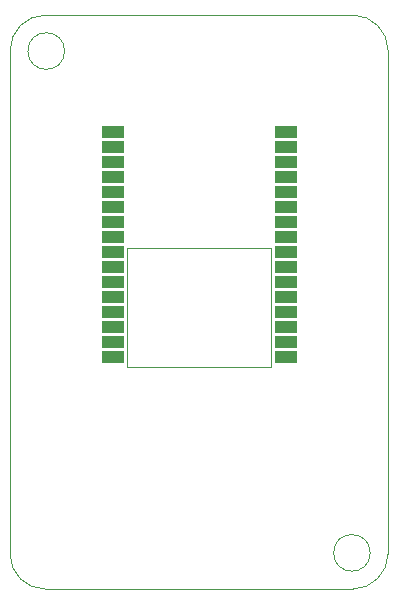
<source format=gbr>
%TF.GenerationSoftware,KiCad,Pcbnew,(6.0.4-0)*%
%TF.CreationDate,2022-08-31T17:38:41+08:00*%
%TF.ProjectId,STLinkV3_Adapter,53544c69-6e6b-4563-935f-416461707465,rev?*%
%TF.SameCoordinates,Original*%
%TF.FileFunction,Paste,Top*%
%TF.FilePolarity,Positive*%
%FSLAX46Y46*%
G04 Gerber Fmt 4.6, Leading zero omitted, Abs format (unit mm)*
G04 Created by KiCad (PCBNEW (6.0.4-0)) date 2022-08-31 17:38:41*
%MOMM*%
%LPD*%
G01*
G04 APERTURE LIST*
%TA.AperFunction,Profile*%
%ADD10C,0.100000*%
%TD*%
%TA.AperFunction,Profile*%
%ADD11C,0.120000*%
%TD*%
%ADD12R,1.899920X1.070100*%
G04 APERTURE END LIST*
D10*
X70000026Y-105648680D02*
G75*
G03*
X73000000Y-108600000I2952974J1280D01*
G01*
X99000000Y-108600000D02*
X73000000Y-108600000D01*
X102000000Y-63000000D02*
X102000000Y-105600000D01*
X74610000Y-63050000D02*
G75*
G03*
X74610000Y-63050000I-1550000J0D01*
G01*
X100490000Y-105540000D02*
G75*
G03*
X100490000Y-105540000I-1550000J0D01*
G01*
X73000000Y-60000000D02*
G75*
G03*
X70000000Y-63000000I2600J-3002600D01*
G01*
X99000000Y-108600000D02*
G75*
G03*
X102000000Y-105600000I0J3000000D01*
G01*
X102000000Y-63000000D02*
G75*
G03*
X99000000Y-60000000I-3000000J0D01*
G01*
X73000000Y-60000000D02*
X99000000Y-60000000D01*
X70000000Y-105648680D02*
X70000000Y-63000000D01*
D11*
%TO.C,U1*%
X79900000Y-79700000D02*
X92100000Y-79700000D01*
X92100000Y-79700000D02*
X92100000Y-89800000D01*
X92100000Y-89800000D02*
X79900000Y-89800000D01*
X79900000Y-89800000D02*
X79900000Y-79700000D01*
%TD*%
D12*
%TO.C,U1*%
X78679970Y-69906000D03*
X78679970Y-71176000D03*
X78679970Y-72446000D03*
X78679970Y-73716000D03*
X78679970Y-74986000D03*
X78679970Y-76256000D03*
X78679970Y-77526000D03*
X78679970Y-78796000D03*
X78679970Y-80066000D03*
X78679970Y-81336000D03*
X78679970Y-82606000D03*
X78679970Y-83876000D03*
X78679970Y-85146000D03*
X78679970Y-86416000D03*
X78679970Y-87686000D03*
X78679970Y-88956000D03*
X93320030Y-88956000D03*
X93320030Y-87686000D03*
X93320030Y-86416000D03*
X93320030Y-85146000D03*
X93320030Y-83876000D03*
X93320030Y-82606000D03*
X93320030Y-81336000D03*
X93320030Y-80066000D03*
X93320030Y-78796000D03*
X93320030Y-77526000D03*
X93320030Y-76256000D03*
X93320030Y-74986000D03*
X93320030Y-73716000D03*
X93320030Y-72446000D03*
X93320030Y-71176000D03*
X93320030Y-69906000D03*
%TD*%
M02*

</source>
